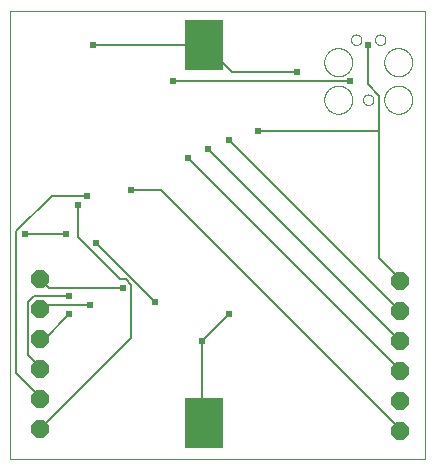
<source format=gbl>
G75*
%MOIN*%
%OFA0B0*%
%FSLAX25Y25*%
%IPPOS*%
%LPD*%
%AMOC8*
5,1,8,0,0,1.08239X$1,22.5*
%
%ADD10C,0.00000*%
%ADD11OC8,0.06000*%
%ADD12R,0.12800X0.17000*%
%ADD13C,0.00600*%
%ADD14C,0.02400*%
D10*
X0004867Y0001000D02*
X0004867Y0150331D01*
X0143095Y0150331D01*
X0143095Y0001000D01*
X0004867Y0001000D01*
X0109483Y0120685D02*
X0109485Y0120822D01*
X0109491Y0120958D01*
X0109501Y0121094D01*
X0109515Y0121230D01*
X0109533Y0121366D01*
X0109555Y0121501D01*
X0109580Y0121635D01*
X0109610Y0121768D01*
X0109644Y0121900D01*
X0109681Y0122032D01*
X0109722Y0122162D01*
X0109768Y0122291D01*
X0109816Y0122419D01*
X0109869Y0122545D01*
X0109925Y0122669D01*
X0109985Y0122792D01*
X0110048Y0122913D01*
X0110115Y0123032D01*
X0110185Y0123149D01*
X0110259Y0123265D01*
X0110336Y0123377D01*
X0110416Y0123488D01*
X0110500Y0123596D01*
X0110587Y0123702D01*
X0110676Y0123805D01*
X0110769Y0123905D01*
X0110864Y0124003D01*
X0110963Y0124098D01*
X0111064Y0124190D01*
X0111168Y0124278D01*
X0111274Y0124364D01*
X0111383Y0124447D01*
X0111494Y0124526D01*
X0111607Y0124603D01*
X0111723Y0124676D01*
X0111840Y0124745D01*
X0111960Y0124811D01*
X0112081Y0124873D01*
X0112205Y0124932D01*
X0112330Y0124988D01*
X0112456Y0125039D01*
X0112584Y0125087D01*
X0112713Y0125131D01*
X0112844Y0125172D01*
X0112976Y0125208D01*
X0113108Y0125241D01*
X0113242Y0125269D01*
X0113376Y0125294D01*
X0113511Y0125315D01*
X0113647Y0125332D01*
X0113783Y0125345D01*
X0113919Y0125354D01*
X0114056Y0125359D01*
X0114192Y0125360D01*
X0114329Y0125357D01*
X0114465Y0125350D01*
X0114601Y0125339D01*
X0114737Y0125324D01*
X0114872Y0125305D01*
X0115007Y0125282D01*
X0115141Y0125255D01*
X0115274Y0125225D01*
X0115406Y0125190D01*
X0115538Y0125152D01*
X0115667Y0125110D01*
X0115796Y0125064D01*
X0115923Y0125014D01*
X0116049Y0124960D01*
X0116173Y0124903D01*
X0116296Y0124843D01*
X0116416Y0124778D01*
X0116535Y0124711D01*
X0116651Y0124640D01*
X0116766Y0124565D01*
X0116878Y0124487D01*
X0116988Y0124406D01*
X0117096Y0124322D01*
X0117201Y0124234D01*
X0117303Y0124144D01*
X0117403Y0124051D01*
X0117500Y0123954D01*
X0117594Y0123855D01*
X0117685Y0123754D01*
X0117773Y0123649D01*
X0117858Y0123542D01*
X0117940Y0123433D01*
X0118019Y0123321D01*
X0118094Y0123207D01*
X0118166Y0123091D01*
X0118235Y0122973D01*
X0118300Y0122853D01*
X0118362Y0122731D01*
X0118420Y0122607D01*
X0118474Y0122482D01*
X0118525Y0122355D01*
X0118571Y0122227D01*
X0118615Y0122097D01*
X0118654Y0121966D01*
X0118690Y0121834D01*
X0118721Y0121701D01*
X0118749Y0121568D01*
X0118773Y0121433D01*
X0118793Y0121298D01*
X0118809Y0121162D01*
X0118821Y0121026D01*
X0118829Y0120890D01*
X0118833Y0120753D01*
X0118833Y0120617D01*
X0118829Y0120480D01*
X0118821Y0120344D01*
X0118809Y0120208D01*
X0118793Y0120072D01*
X0118773Y0119937D01*
X0118749Y0119802D01*
X0118721Y0119669D01*
X0118690Y0119536D01*
X0118654Y0119404D01*
X0118615Y0119273D01*
X0118571Y0119143D01*
X0118525Y0119015D01*
X0118474Y0118888D01*
X0118420Y0118763D01*
X0118362Y0118639D01*
X0118300Y0118517D01*
X0118235Y0118397D01*
X0118166Y0118279D01*
X0118094Y0118163D01*
X0118019Y0118049D01*
X0117940Y0117937D01*
X0117858Y0117828D01*
X0117773Y0117721D01*
X0117685Y0117616D01*
X0117594Y0117515D01*
X0117500Y0117416D01*
X0117403Y0117319D01*
X0117303Y0117226D01*
X0117201Y0117136D01*
X0117096Y0117048D01*
X0116988Y0116964D01*
X0116878Y0116883D01*
X0116766Y0116805D01*
X0116651Y0116730D01*
X0116535Y0116659D01*
X0116416Y0116592D01*
X0116296Y0116527D01*
X0116173Y0116467D01*
X0116049Y0116410D01*
X0115923Y0116356D01*
X0115796Y0116306D01*
X0115667Y0116260D01*
X0115538Y0116218D01*
X0115406Y0116180D01*
X0115274Y0116145D01*
X0115141Y0116115D01*
X0115007Y0116088D01*
X0114872Y0116065D01*
X0114737Y0116046D01*
X0114601Y0116031D01*
X0114465Y0116020D01*
X0114329Y0116013D01*
X0114192Y0116010D01*
X0114056Y0116011D01*
X0113919Y0116016D01*
X0113783Y0116025D01*
X0113647Y0116038D01*
X0113511Y0116055D01*
X0113376Y0116076D01*
X0113242Y0116101D01*
X0113108Y0116129D01*
X0112976Y0116162D01*
X0112844Y0116198D01*
X0112713Y0116239D01*
X0112584Y0116283D01*
X0112456Y0116331D01*
X0112330Y0116382D01*
X0112205Y0116438D01*
X0112081Y0116497D01*
X0111960Y0116559D01*
X0111840Y0116625D01*
X0111723Y0116694D01*
X0111607Y0116767D01*
X0111494Y0116844D01*
X0111383Y0116923D01*
X0111274Y0117006D01*
X0111168Y0117092D01*
X0111064Y0117180D01*
X0110963Y0117272D01*
X0110864Y0117367D01*
X0110769Y0117465D01*
X0110676Y0117565D01*
X0110587Y0117668D01*
X0110500Y0117774D01*
X0110416Y0117882D01*
X0110336Y0117993D01*
X0110259Y0118105D01*
X0110185Y0118221D01*
X0110115Y0118338D01*
X0110048Y0118457D01*
X0109985Y0118578D01*
X0109925Y0118701D01*
X0109869Y0118825D01*
X0109816Y0118951D01*
X0109768Y0119079D01*
X0109722Y0119208D01*
X0109681Y0119338D01*
X0109644Y0119470D01*
X0109610Y0119602D01*
X0109580Y0119735D01*
X0109555Y0119869D01*
X0109533Y0120004D01*
X0109515Y0120140D01*
X0109501Y0120276D01*
X0109491Y0120412D01*
X0109485Y0120548D01*
X0109483Y0120685D01*
X0109483Y0133185D02*
X0109485Y0133322D01*
X0109491Y0133458D01*
X0109501Y0133594D01*
X0109515Y0133730D01*
X0109533Y0133866D01*
X0109555Y0134001D01*
X0109580Y0134135D01*
X0109610Y0134268D01*
X0109644Y0134400D01*
X0109681Y0134532D01*
X0109722Y0134662D01*
X0109768Y0134791D01*
X0109816Y0134919D01*
X0109869Y0135045D01*
X0109925Y0135169D01*
X0109985Y0135292D01*
X0110048Y0135413D01*
X0110115Y0135532D01*
X0110185Y0135649D01*
X0110259Y0135765D01*
X0110336Y0135877D01*
X0110416Y0135988D01*
X0110500Y0136096D01*
X0110587Y0136202D01*
X0110676Y0136305D01*
X0110769Y0136405D01*
X0110864Y0136503D01*
X0110963Y0136598D01*
X0111064Y0136690D01*
X0111168Y0136778D01*
X0111274Y0136864D01*
X0111383Y0136947D01*
X0111494Y0137026D01*
X0111607Y0137103D01*
X0111723Y0137176D01*
X0111840Y0137245D01*
X0111960Y0137311D01*
X0112081Y0137373D01*
X0112205Y0137432D01*
X0112330Y0137488D01*
X0112456Y0137539D01*
X0112584Y0137587D01*
X0112713Y0137631D01*
X0112844Y0137672D01*
X0112976Y0137708D01*
X0113108Y0137741D01*
X0113242Y0137769D01*
X0113376Y0137794D01*
X0113511Y0137815D01*
X0113647Y0137832D01*
X0113783Y0137845D01*
X0113919Y0137854D01*
X0114056Y0137859D01*
X0114192Y0137860D01*
X0114329Y0137857D01*
X0114465Y0137850D01*
X0114601Y0137839D01*
X0114737Y0137824D01*
X0114872Y0137805D01*
X0115007Y0137782D01*
X0115141Y0137755D01*
X0115274Y0137725D01*
X0115406Y0137690D01*
X0115538Y0137652D01*
X0115667Y0137610D01*
X0115796Y0137564D01*
X0115923Y0137514D01*
X0116049Y0137460D01*
X0116173Y0137403D01*
X0116296Y0137343D01*
X0116416Y0137278D01*
X0116535Y0137211D01*
X0116651Y0137140D01*
X0116766Y0137065D01*
X0116878Y0136987D01*
X0116988Y0136906D01*
X0117096Y0136822D01*
X0117201Y0136734D01*
X0117303Y0136644D01*
X0117403Y0136551D01*
X0117500Y0136454D01*
X0117594Y0136355D01*
X0117685Y0136254D01*
X0117773Y0136149D01*
X0117858Y0136042D01*
X0117940Y0135933D01*
X0118019Y0135821D01*
X0118094Y0135707D01*
X0118166Y0135591D01*
X0118235Y0135473D01*
X0118300Y0135353D01*
X0118362Y0135231D01*
X0118420Y0135107D01*
X0118474Y0134982D01*
X0118525Y0134855D01*
X0118571Y0134727D01*
X0118615Y0134597D01*
X0118654Y0134466D01*
X0118690Y0134334D01*
X0118721Y0134201D01*
X0118749Y0134068D01*
X0118773Y0133933D01*
X0118793Y0133798D01*
X0118809Y0133662D01*
X0118821Y0133526D01*
X0118829Y0133390D01*
X0118833Y0133253D01*
X0118833Y0133117D01*
X0118829Y0132980D01*
X0118821Y0132844D01*
X0118809Y0132708D01*
X0118793Y0132572D01*
X0118773Y0132437D01*
X0118749Y0132302D01*
X0118721Y0132169D01*
X0118690Y0132036D01*
X0118654Y0131904D01*
X0118615Y0131773D01*
X0118571Y0131643D01*
X0118525Y0131515D01*
X0118474Y0131388D01*
X0118420Y0131263D01*
X0118362Y0131139D01*
X0118300Y0131017D01*
X0118235Y0130897D01*
X0118166Y0130779D01*
X0118094Y0130663D01*
X0118019Y0130549D01*
X0117940Y0130437D01*
X0117858Y0130328D01*
X0117773Y0130221D01*
X0117685Y0130116D01*
X0117594Y0130015D01*
X0117500Y0129916D01*
X0117403Y0129819D01*
X0117303Y0129726D01*
X0117201Y0129636D01*
X0117096Y0129548D01*
X0116988Y0129464D01*
X0116878Y0129383D01*
X0116766Y0129305D01*
X0116651Y0129230D01*
X0116535Y0129159D01*
X0116416Y0129092D01*
X0116296Y0129027D01*
X0116173Y0128967D01*
X0116049Y0128910D01*
X0115923Y0128856D01*
X0115796Y0128806D01*
X0115667Y0128760D01*
X0115538Y0128718D01*
X0115406Y0128680D01*
X0115274Y0128645D01*
X0115141Y0128615D01*
X0115007Y0128588D01*
X0114872Y0128565D01*
X0114737Y0128546D01*
X0114601Y0128531D01*
X0114465Y0128520D01*
X0114329Y0128513D01*
X0114192Y0128510D01*
X0114056Y0128511D01*
X0113919Y0128516D01*
X0113783Y0128525D01*
X0113647Y0128538D01*
X0113511Y0128555D01*
X0113376Y0128576D01*
X0113242Y0128601D01*
X0113108Y0128629D01*
X0112976Y0128662D01*
X0112844Y0128698D01*
X0112713Y0128739D01*
X0112584Y0128783D01*
X0112456Y0128831D01*
X0112330Y0128882D01*
X0112205Y0128938D01*
X0112081Y0128997D01*
X0111960Y0129059D01*
X0111840Y0129125D01*
X0111723Y0129194D01*
X0111607Y0129267D01*
X0111494Y0129344D01*
X0111383Y0129423D01*
X0111274Y0129506D01*
X0111168Y0129592D01*
X0111064Y0129680D01*
X0110963Y0129772D01*
X0110864Y0129867D01*
X0110769Y0129965D01*
X0110676Y0130065D01*
X0110587Y0130168D01*
X0110500Y0130274D01*
X0110416Y0130382D01*
X0110336Y0130493D01*
X0110259Y0130605D01*
X0110185Y0130721D01*
X0110115Y0130838D01*
X0110048Y0130957D01*
X0109985Y0131078D01*
X0109925Y0131201D01*
X0109869Y0131325D01*
X0109816Y0131451D01*
X0109768Y0131579D01*
X0109722Y0131708D01*
X0109681Y0131838D01*
X0109644Y0131970D01*
X0109610Y0132102D01*
X0109580Y0132235D01*
X0109555Y0132369D01*
X0109533Y0132504D01*
X0109515Y0132640D01*
X0109501Y0132776D01*
X0109491Y0132912D01*
X0109485Y0133048D01*
X0109483Y0133185D01*
X0118408Y0140685D02*
X0118410Y0140768D01*
X0118416Y0140851D01*
X0118426Y0140934D01*
X0118440Y0141016D01*
X0118457Y0141098D01*
X0118479Y0141178D01*
X0118504Y0141257D01*
X0118533Y0141335D01*
X0118566Y0141412D01*
X0118603Y0141487D01*
X0118642Y0141560D01*
X0118686Y0141631D01*
X0118732Y0141700D01*
X0118782Y0141767D01*
X0118835Y0141831D01*
X0118891Y0141893D01*
X0118950Y0141952D01*
X0119012Y0142008D01*
X0119076Y0142061D01*
X0119143Y0142111D01*
X0119212Y0142157D01*
X0119283Y0142201D01*
X0119356Y0142240D01*
X0119431Y0142277D01*
X0119508Y0142310D01*
X0119586Y0142339D01*
X0119665Y0142364D01*
X0119745Y0142386D01*
X0119827Y0142403D01*
X0119909Y0142417D01*
X0119992Y0142427D01*
X0120075Y0142433D01*
X0120158Y0142435D01*
X0120241Y0142433D01*
X0120324Y0142427D01*
X0120407Y0142417D01*
X0120489Y0142403D01*
X0120571Y0142386D01*
X0120651Y0142364D01*
X0120730Y0142339D01*
X0120808Y0142310D01*
X0120885Y0142277D01*
X0120960Y0142240D01*
X0121033Y0142201D01*
X0121104Y0142157D01*
X0121173Y0142111D01*
X0121240Y0142061D01*
X0121304Y0142008D01*
X0121366Y0141952D01*
X0121425Y0141893D01*
X0121481Y0141831D01*
X0121534Y0141767D01*
X0121584Y0141700D01*
X0121630Y0141631D01*
X0121674Y0141560D01*
X0121713Y0141487D01*
X0121750Y0141412D01*
X0121783Y0141335D01*
X0121812Y0141257D01*
X0121837Y0141178D01*
X0121859Y0141098D01*
X0121876Y0141016D01*
X0121890Y0140934D01*
X0121900Y0140851D01*
X0121906Y0140768D01*
X0121908Y0140685D01*
X0121906Y0140602D01*
X0121900Y0140519D01*
X0121890Y0140436D01*
X0121876Y0140354D01*
X0121859Y0140272D01*
X0121837Y0140192D01*
X0121812Y0140113D01*
X0121783Y0140035D01*
X0121750Y0139958D01*
X0121713Y0139883D01*
X0121674Y0139810D01*
X0121630Y0139739D01*
X0121584Y0139670D01*
X0121534Y0139603D01*
X0121481Y0139539D01*
X0121425Y0139477D01*
X0121366Y0139418D01*
X0121304Y0139362D01*
X0121240Y0139309D01*
X0121173Y0139259D01*
X0121104Y0139213D01*
X0121033Y0139169D01*
X0120960Y0139130D01*
X0120885Y0139093D01*
X0120808Y0139060D01*
X0120730Y0139031D01*
X0120651Y0139006D01*
X0120571Y0138984D01*
X0120489Y0138967D01*
X0120407Y0138953D01*
X0120324Y0138943D01*
X0120241Y0138937D01*
X0120158Y0138935D01*
X0120075Y0138937D01*
X0119992Y0138943D01*
X0119909Y0138953D01*
X0119827Y0138967D01*
X0119745Y0138984D01*
X0119665Y0139006D01*
X0119586Y0139031D01*
X0119508Y0139060D01*
X0119431Y0139093D01*
X0119356Y0139130D01*
X0119283Y0139169D01*
X0119212Y0139213D01*
X0119143Y0139259D01*
X0119076Y0139309D01*
X0119012Y0139362D01*
X0118950Y0139418D01*
X0118891Y0139477D01*
X0118835Y0139539D01*
X0118782Y0139603D01*
X0118732Y0139670D01*
X0118686Y0139739D01*
X0118642Y0139810D01*
X0118603Y0139883D01*
X0118566Y0139958D01*
X0118533Y0140035D01*
X0118504Y0140113D01*
X0118479Y0140192D01*
X0118457Y0140272D01*
X0118440Y0140354D01*
X0118426Y0140436D01*
X0118416Y0140519D01*
X0118410Y0140602D01*
X0118408Y0140685D01*
X0126408Y0140685D02*
X0126410Y0140768D01*
X0126416Y0140851D01*
X0126426Y0140934D01*
X0126440Y0141016D01*
X0126457Y0141098D01*
X0126479Y0141178D01*
X0126504Y0141257D01*
X0126533Y0141335D01*
X0126566Y0141412D01*
X0126603Y0141487D01*
X0126642Y0141560D01*
X0126686Y0141631D01*
X0126732Y0141700D01*
X0126782Y0141767D01*
X0126835Y0141831D01*
X0126891Y0141893D01*
X0126950Y0141952D01*
X0127012Y0142008D01*
X0127076Y0142061D01*
X0127143Y0142111D01*
X0127212Y0142157D01*
X0127283Y0142201D01*
X0127356Y0142240D01*
X0127431Y0142277D01*
X0127508Y0142310D01*
X0127586Y0142339D01*
X0127665Y0142364D01*
X0127745Y0142386D01*
X0127827Y0142403D01*
X0127909Y0142417D01*
X0127992Y0142427D01*
X0128075Y0142433D01*
X0128158Y0142435D01*
X0128241Y0142433D01*
X0128324Y0142427D01*
X0128407Y0142417D01*
X0128489Y0142403D01*
X0128571Y0142386D01*
X0128651Y0142364D01*
X0128730Y0142339D01*
X0128808Y0142310D01*
X0128885Y0142277D01*
X0128960Y0142240D01*
X0129033Y0142201D01*
X0129104Y0142157D01*
X0129173Y0142111D01*
X0129240Y0142061D01*
X0129304Y0142008D01*
X0129366Y0141952D01*
X0129425Y0141893D01*
X0129481Y0141831D01*
X0129534Y0141767D01*
X0129584Y0141700D01*
X0129630Y0141631D01*
X0129674Y0141560D01*
X0129713Y0141487D01*
X0129750Y0141412D01*
X0129783Y0141335D01*
X0129812Y0141257D01*
X0129837Y0141178D01*
X0129859Y0141098D01*
X0129876Y0141016D01*
X0129890Y0140934D01*
X0129900Y0140851D01*
X0129906Y0140768D01*
X0129908Y0140685D01*
X0129906Y0140602D01*
X0129900Y0140519D01*
X0129890Y0140436D01*
X0129876Y0140354D01*
X0129859Y0140272D01*
X0129837Y0140192D01*
X0129812Y0140113D01*
X0129783Y0140035D01*
X0129750Y0139958D01*
X0129713Y0139883D01*
X0129674Y0139810D01*
X0129630Y0139739D01*
X0129584Y0139670D01*
X0129534Y0139603D01*
X0129481Y0139539D01*
X0129425Y0139477D01*
X0129366Y0139418D01*
X0129304Y0139362D01*
X0129240Y0139309D01*
X0129173Y0139259D01*
X0129104Y0139213D01*
X0129033Y0139169D01*
X0128960Y0139130D01*
X0128885Y0139093D01*
X0128808Y0139060D01*
X0128730Y0139031D01*
X0128651Y0139006D01*
X0128571Y0138984D01*
X0128489Y0138967D01*
X0128407Y0138953D01*
X0128324Y0138943D01*
X0128241Y0138937D01*
X0128158Y0138935D01*
X0128075Y0138937D01*
X0127992Y0138943D01*
X0127909Y0138953D01*
X0127827Y0138967D01*
X0127745Y0138984D01*
X0127665Y0139006D01*
X0127586Y0139031D01*
X0127508Y0139060D01*
X0127431Y0139093D01*
X0127356Y0139130D01*
X0127283Y0139169D01*
X0127212Y0139213D01*
X0127143Y0139259D01*
X0127076Y0139309D01*
X0127012Y0139362D01*
X0126950Y0139418D01*
X0126891Y0139477D01*
X0126835Y0139539D01*
X0126782Y0139603D01*
X0126732Y0139670D01*
X0126686Y0139739D01*
X0126642Y0139810D01*
X0126603Y0139883D01*
X0126566Y0139958D01*
X0126533Y0140035D01*
X0126504Y0140113D01*
X0126479Y0140192D01*
X0126457Y0140272D01*
X0126440Y0140354D01*
X0126426Y0140436D01*
X0126416Y0140519D01*
X0126410Y0140602D01*
X0126408Y0140685D01*
X0129483Y0133185D02*
X0129485Y0133322D01*
X0129491Y0133458D01*
X0129501Y0133594D01*
X0129515Y0133730D01*
X0129533Y0133866D01*
X0129555Y0134001D01*
X0129580Y0134135D01*
X0129610Y0134268D01*
X0129644Y0134400D01*
X0129681Y0134532D01*
X0129722Y0134662D01*
X0129768Y0134791D01*
X0129816Y0134919D01*
X0129869Y0135045D01*
X0129925Y0135169D01*
X0129985Y0135292D01*
X0130048Y0135413D01*
X0130115Y0135532D01*
X0130185Y0135649D01*
X0130259Y0135765D01*
X0130336Y0135877D01*
X0130416Y0135988D01*
X0130500Y0136096D01*
X0130587Y0136202D01*
X0130676Y0136305D01*
X0130769Y0136405D01*
X0130864Y0136503D01*
X0130963Y0136598D01*
X0131064Y0136690D01*
X0131168Y0136778D01*
X0131274Y0136864D01*
X0131383Y0136947D01*
X0131494Y0137026D01*
X0131607Y0137103D01*
X0131723Y0137176D01*
X0131840Y0137245D01*
X0131960Y0137311D01*
X0132081Y0137373D01*
X0132205Y0137432D01*
X0132330Y0137488D01*
X0132456Y0137539D01*
X0132584Y0137587D01*
X0132713Y0137631D01*
X0132844Y0137672D01*
X0132976Y0137708D01*
X0133108Y0137741D01*
X0133242Y0137769D01*
X0133376Y0137794D01*
X0133511Y0137815D01*
X0133647Y0137832D01*
X0133783Y0137845D01*
X0133919Y0137854D01*
X0134056Y0137859D01*
X0134192Y0137860D01*
X0134329Y0137857D01*
X0134465Y0137850D01*
X0134601Y0137839D01*
X0134737Y0137824D01*
X0134872Y0137805D01*
X0135007Y0137782D01*
X0135141Y0137755D01*
X0135274Y0137725D01*
X0135406Y0137690D01*
X0135538Y0137652D01*
X0135667Y0137610D01*
X0135796Y0137564D01*
X0135923Y0137514D01*
X0136049Y0137460D01*
X0136173Y0137403D01*
X0136296Y0137343D01*
X0136416Y0137278D01*
X0136535Y0137211D01*
X0136651Y0137140D01*
X0136766Y0137065D01*
X0136878Y0136987D01*
X0136988Y0136906D01*
X0137096Y0136822D01*
X0137201Y0136734D01*
X0137303Y0136644D01*
X0137403Y0136551D01*
X0137500Y0136454D01*
X0137594Y0136355D01*
X0137685Y0136254D01*
X0137773Y0136149D01*
X0137858Y0136042D01*
X0137940Y0135933D01*
X0138019Y0135821D01*
X0138094Y0135707D01*
X0138166Y0135591D01*
X0138235Y0135473D01*
X0138300Y0135353D01*
X0138362Y0135231D01*
X0138420Y0135107D01*
X0138474Y0134982D01*
X0138525Y0134855D01*
X0138571Y0134727D01*
X0138615Y0134597D01*
X0138654Y0134466D01*
X0138690Y0134334D01*
X0138721Y0134201D01*
X0138749Y0134068D01*
X0138773Y0133933D01*
X0138793Y0133798D01*
X0138809Y0133662D01*
X0138821Y0133526D01*
X0138829Y0133390D01*
X0138833Y0133253D01*
X0138833Y0133117D01*
X0138829Y0132980D01*
X0138821Y0132844D01*
X0138809Y0132708D01*
X0138793Y0132572D01*
X0138773Y0132437D01*
X0138749Y0132302D01*
X0138721Y0132169D01*
X0138690Y0132036D01*
X0138654Y0131904D01*
X0138615Y0131773D01*
X0138571Y0131643D01*
X0138525Y0131515D01*
X0138474Y0131388D01*
X0138420Y0131263D01*
X0138362Y0131139D01*
X0138300Y0131017D01*
X0138235Y0130897D01*
X0138166Y0130779D01*
X0138094Y0130663D01*
X0138019Y0130549D01*
X0137940Y0130437D01*
X0137858Y0130328D01*
X0137773Y0130221D01*
X0137685Y0130116D01*
X0137594Y0130015D01*
X0137500Y0129916D01*
X0137403Y0129819D01*
X0137303Y0129726D01*
X0137201Y0129636D01*
X0137096Y0129548D01*
X0136988Y0129464D01*
X0136878Y0129383D01*
X0136766Y0129305D01*
X0136651Y0129230D01*
X0136535Y0129159D01*
X0136416Y0129092D01*
X0136296Y0129027D01*
X0136173Y0128967D01*
X0136049Y0128910D01*
X0135923Y0128856D01*
X0135796Y0128806D01*
X0135667Y0128760D01*
X0135538Y0128718D01*
X0135406Y0128680D01*
X0135274Y0128645D01*
X0135141Y0128615D01*
X0135007Y0128588D01*
X0134872Y0128565D01*
X0134737Y0128546D01*
X0134601Y0128531D01*
X0134465Y0128520D01*
X0134329Y0128513D01*
X0134192Y0128510D01*
X0134056Y0128511D01*
X0133919Y0128516D01*
X0133783Y0128525D01*
X0133647Y0128538D01*
X0133511Y0128555D01*
X0133376Y0128576D01*
X0133242Y0128601D01*
X0133108Y0128629D01*
X0132976Y0128662D01*
X0132844Y0128698D01*
X0132713Y0128739D01*
X0132584Y0128783D01*
X0132456Y0128831D01*
X0132330Y0128882D01*
X0132205Y0128938D01*
X0132081Y0128997D01*
X0131960Y0129059D01*
X0131840Y0129125D01*
X0131723Y0129194D01*
X0131607Y0129267D01*
X0131494Y0129344D01*
X0131383Y0129423D01*
X0131274Y0129506D01*
X0131168Y0129592D01*
X0131064Y0129680D01*
X0130963Y0129772D01*
X0130864Y0129867D01*
X0130769Y0129965D01*
X0130676Y0130065D01*
X0130587Y0130168D01*
X0130500Y0130274D01*
X0130416Y0130382D01*
X0130336Y0130493D01*
X0130259Y0130605D01*
X0130185Y0130721D01*
X0130115Y0130838D01*
X0130048Y0130957D01*
X0129985Y0131078D01*
X0129925Y0131201D01*
X0129869Y0131325D01*
X0129816Y0131451D01*
X0129768Y0131579D01*
X0129722Y0131708D01*
X0129681Y0131838D01*
X0129644Y0131970D01*
X0129610Y0132102D01*
X0129580Y0132235D01*
X0129555Y0132369D01*
X0129533Y0132504D01*
X0129515Y0132640D01*
X0129501Y0132776D01*
X0129491Y0132912D01*
X0129485Y0133048D01*
X0129483Y0133185D01*
X0129483Y0120685D02*
X0129485Y0120822D01*
X0129491Y0120958D01*
X0129501Y0121094D01*
X0129515Y0121230D01*
X0129533Y0121366D01*
X0129555Y0121501D01*
X0129580Y0121635D01*
X0129610Y0121768D01*
X0129644Y0121900D01*
X0129681Y0122032D01*
X0129722Y0122162D01*
X0129768Y0122291D01*
X0129816Y0122419D01*
X0129869Y0122545D01*
X0129925Y0122669D01*
X0129985Y0122792D01*
X0130048Y0122913D01*
X0130115Y0123032D01*
X0130185Y0123149D01*
X0130259Y0123265D01*
X0130336Y0123377D01*
X0130416Y0123488D01*
X0130500Y0123596D01*
X0130587Y0123702D01*
X0130676Y0123805D01*
X0130769Y0123905D01*
X0130864Y0124003D01*
X0130963Y0124098D01*
X0131064Y0124190D01*
X0131168Y0124278D01*
X0131274Y0124364D01*
X0131383Y0124447D01*
X0131494Y0124526D01*
X0131607Y0124603D01*
X0131723Y0124676D01*
X0131840Y0124745D01*
X0131960Y0124811D01*
X0132081Y0124873D01*
X0132205Y0124932D01*
X0132330Y0124988D01*
X0132456Y0125039D01*
X0132584Y0125087D01*
X0132713Y0125131D01*
X0132844Y0125172D01*
X0132976Y0125208D01*
X0133108Y0125241D01*
X0133242Y0125269D01*
X0133376Y0125294D01*
X0133511Y0125315D01*
X0133647Y0125332D01*
X0133783Y0125345D01*
X0133919Y0125354D01*
X0134056Y0125359D01*
X0134192Y0125360D01*
X0134329Y0125357D01*
X0134465Y0125350D01*
X0134601Y0125339D01*
X0134737Y0125324D01*
X0134872Y0125305D01*
X0135007Y0125282D01*
X0135141Y0125255D01*
X0135274Y0125225D01*
X0135406Y0125190D01*
X0135538Y0125152D01*
X0135667Y0125110D01*
X0135796Y0125064D01*
X0135923Y0125014D01*
X0136049Y0124960D01*
X0136173Y0124903D01*
X0136296Y0124843D01*
X0136416Y0124778D01*
X0136535Y0124711D01*
X0136651Y0124640D01*
X0136766Y0124565D01*
X0136878Y0124487D01*
X0136988Y0124406D01*
X0137096Y0124322D01*
X0137201Y0124234D01*
X0137303Y0124144D01*
X0137403Y0124051D01*
X0137500Y0123954D01*
X0137594Y0123855D01*
X0137685Y0123754D01*
X0137773Y0123649D01*
X0137858Y0123542D01*
X0137940Y0123433D01*
X0138019Y0123321D01*
X0138094Y0123207D01*
X0138166Y0123091D01*
X0138235Y0122973D01*
X0138300Y0122853D01*
X0138362Y0122731D01*
X0138420Y0122607D01*
X0138474Y0122482D01*
X0138525Y0122355D01*
X0138571Y0122227D01*
X0138615Y0122097D01*
X0138654Y0121966D01*
X0138690Y0121834D01*
X0138721Y0121701D01*
X0138749Y0121568D01*
X0138773Y0121433D01*
X0138793Y0121298D01*
X0138809Y0121162D01*
X0138821Y0121026D01*
X0138829Y0120890D01*
X0138833Y0120753D01*
X0138833Y0120617D01*
X0138829Y0120480D01*
X0138821Y0120344D01*
X0138809Y0120208D01*
X0138793Y0120072D01*
X0138773Y0119937D01*
X0138749Y0119802D01*
X0138721Y0119669D01*
X0138690Y0119536D01*
X0138654Y0119404D01*
X0138615Y0119273D01*
X0138571Y0119143D01*
X0138525Y0119015D01*
X0138474Y0118888D01*
X0138420Y0118763D01*
X0138362Y0118639D01*
X0138300Y0118517D01*
X0138235Y0118397D01*
X0138166Y0118279D01*
X0138094Y0118163D01*
X0138019Y0118049D01*
X0137940Y0117937D01*
X0137858Y0117828D01*
X0137773Y0117721D01*
X0137685Y0117616D01*
X0137594Y0117515D01*
X0137500Y0117416D01*
X0137403Y0117319D01*
X0137303Y0117226D01*
X0137201Y0117136D01*
X0137096Y0117048D01*
X0136988Y0116964D01*
X0136878Y0116883D01*
X0136766Y0116805D01*
X0136651Y0116730D01*
X0136535Y0116659D01*
X0136416Y0116592D01*
X0136296Y0116527D01*
X0136173Y0116467D01*
X0136049Y0116410D01*
X0135923Y0116356D01*
X0135796Y0116306D01*
X0135667Y0116260D01*
X0135538Y0116218D01*
X0135406Y0116180D01*
X0135274Y0116145D01*
X0135141Y0116115D01*
X0135007Y0116088D01*
X0134872Y0116065D01*
X0134737Y0116046D01*
X0134601Y0116031D01*
X0134465Y0116020D01*
X0134329Y0116013D01*
X0134192Y0116010D01*
X0134056Y0116011D01*
X0133919Y0116016D01*
X0133783Y0116025D01*
X0133647Y0116038D01*
X0133511Y0116055D01*
X0133376Y0116076D01*
X0133242Y0116101D01*
X0133108Y0116129D01*
X0132976Y0116162D01*
X0132844Y0116198D01*
X0132713Y0116239D01*
X0132584Y0116283D01*
X0132456Y0116331D01*
X0132330Y0116382D01*
X0132205Y0116438D01*
X0132081Y0116497D01*
X0131960Y0116559D01*
X0131840Y0116625D01*
X0131723Y0116694D01*
X0131607Y0116767D01*
X0131494Y0116844D01*
X0131383Y0116923D01*
X0131274Y0117006D01*
X0131168Y0117092D01*
X0131064Y0117180D01*
X0130963Y0117272D01*
X0130864Y0117367D01*
X0130769Y0117465D01*
X0130676Y0117565D01*
X0130587Y0117668D01*
X0130500Y0117774D01*
X0130416Y0117882D01*
X0130336Y0117993D01*
X0130259Y0118105D01*
X0130185Y0118221D01*
X0130115Y0118338D01*
X0130048Y0118457D01*
X0129985Y0118578D01*
X0129925Y0118701D01*
X0129869Y0118825D01*
X0129816Y0118951D01*
X0129768Y0119079D01*
X0129722Y0119208D01*
X0129681Y0119338D01*
X0129644Y0119470D01*
X0129610Y0119602D01*
X0129580Y0119735D01*
X0129555Y0119869D01*
X0129533Y0120004D01*
X0129515Y0120140D01*
X0129501Y0120276D01*
X0129491Y0120412D01*
X0129485Y0120548D01*
X0129483Y0120685D01*
X0122408Y0120685D02*
X0122410Y0120768D01*
X0122416Y0120851D01*
X0122426Y0120934D01*
X0122440Y0121016D01*
X0122457Y0121098D01*
X0122479Y0121178D01*
X0122504Y0121257D01*
X0122533Y0121335D01*
X0122566Y0121412D01*
X0122603Y0121487D01*
X0122642Y0121560D01*
X0122686Y0121631D01*
X0122732Y0121700D01*
X0122782Y0121767D01*
X0122835Y0121831D01*
X0122891Y0121893D01*
X0122950Y0121952D01*
X0123012Y0122008D01*
X0123076Y0122061D01*
X0123143Y0122111D01*
X0123212Y0122157D01*
X0123283Y0122201D01*
X0123356Y0122240D01*
X0123431Y0122277D01*
X0123508Y0122310D01*
X0123586Y0122339D01*
X0123665Y0122364D01*
X0123745Y0122386D01*
X0123827Y0122403D01*
X0123909Y0122417D01*
X0123992Y0122427D01*
X0124075Y0122433D01*
X0124158Y0122435D01*
X0124241Y0122433D01*
X0124324Y0122427D01*
X0124407Y0122417D01*
X0124489Y0122403D01*
X0124571Y0122386D01*
X0124651Y0122364D01*
X0124730Y0122339D01*
X0124808Y0122310D01*
X0124885Y0122277D01*
X0124960Y0122240D01*
X0125033Y0122201D01*
X0125104Y0122157D01*
X0125173Y0122111D01*
X0125240Y0122061D01*
X0125304Y0122008D01*
X0125366Y0121952D01*
X0125425Y0121893D01*
X0125481Y0121831D01*
X0125534Y0121767D01*
X0125584Y0121700D01*
X0125630Y0121631D01*
X0125674Y0121560D01*
X0125713Y0121487D01*
X0125750Y0121412D01*
X0125783Y0121335D01*
X0125812Y0121257D01*
X0125837Y0121178D01*
X0125859Y0121098D01*
X0125876Y0121016D01*
X0125890Y0120934D01*
X0125900Y0120851D01*
X0125906Y0120768D01*
X0125908Y0120685D01*
X0125906Y0120602D01*
X0125900Y0120519D01*
X0125890Y0120436D01*
X0125876Y0120354D01*
X0125859Y0120272D01*
X0125837Y0120192D01*
X0125812Y0120113D01*
X0125783Y0120035D01*
X0125750Y0119958D01*
X0125713Y0119883D01*
X0125674Y0119810D01*
X0125630Y0119739D01*
X0125584Y0119670D01*
X0125534Y0119603D01*
X0125481Y0119539D01*
X0125425Y0119477D01*
X0125366Y0119418D01*
X0125304Y0119362D01*
X0125240Y0119309D01*
X0125173Y0119259D01*
X0125104Y0119213D01*
X0125033Y0119169D01*
X0124960Y0119130D01*
X0124885Y0119093D01*
X0124808Y0119060D01*
X0124730Y0119031D01*
X0124651Y0119006D01*
X0124571Y0118984D01*
X0124489Y0118967D01*
X0124407Y0118953D01*
X0124324Y0118943D01*
X0124241Y0118937D01*
X0124158Y0118935D01*
X0124075Y0118937D01*
X0123992Y0118943D01*
X0123909Y0118953D01*
X0123827Y0118967D01*
X0123745Y0118984D01*
X0123665Y0119006D01*
X0123586Y0119031D01*
X0123508Y0119060D01*
X0123431Y0119093D01*
X0123356Y0119130D01*
X0123283Y0119169D01*
X0123212Y0119213D01*
X0123143Y0119259D01*
X0123076Y0119309D01*
X0123012Y0119362D01*
X0122950Y0119418D01*
X0122891Y0119477D01*
X0122835Y0119539D01*
X0122782Y0119603D01*
X0122732Y0119670D01*
X0122686Y0119739D01*
X0122642Y0119810D01*
X0122603Y0119883D01*
X0122566Y0119958D01*
X0122533Y0120035D01*
X0122504Y0120113D01*
X0122479Y0120192D01*
X0122457Y0120272D01*
X0122440Y0120354D01*
X0122426Y0120436D01*
X0122416Y0120519D01*
X0122410Y0120602D01*
X0122408Y0120685D01*
D11*
X0134788Y0060213D03*
X0134788Y0050213D03*
X0134788Y0040213D03*
X0134788Y0030213D03*
X0134788Y0020213D03*
X0134788Y0010213D03*
X0014867Y0011000D03*
X0014867Y0021000D03*
X0014867Y0031000D03*
X0014867Y0041000D03*
X0014867Y0051000D03*
X0014867Y0061000D03*
D12*
X0069434Y0012811D03*
X0069434Y0138795D03*
D13*
X0069827Y0138795D01*
X0078686Y0129937D01*
X0100339Y0129937D01*
X0087544Y0110252D02*
X0127898Y0110252D01*
X0127898Y0122063D01*
X0123961Y0126000D01*
X0123961Y0138795D01*
X0118056Y0126984D02*
X0059001Y0126984D01*
X0069434Y0138795D02*
X0032426Y0138795D01*
X0063922Y0101394D02*
X0134788Y0030528D01*
X0134788Y0030213D01*
X0134788Y0040213D02*
X0134788Y0040370D01*
X0070812Y0104346D01*
X0077701Y0107299D02*
X0134788Y0050213D01*
X0134788Y0060213D02*
X0134788Y0061039D01*
X0127898Y0067929D01*
X0127898Y0110252D01*
X0077701Y0049228D02*
X0068843Y0040370D01*
X0068843Y0012811D01*
X0069434Y0012811D01*
X0045221Y0041354D02*
X0014867Y0011000D01*
X0014867Y0021000D02*
X0014709Y0021669D01*
X0006835Y0029543D01*
X0006835Y0076787D01*
X0018646Y0088598D01*
X0030457Y0088598D01*
X0027504Y0085646D02*
X0027504Y0074819D01*
X0041284Y0061039D01*
X0043252Y0061039D01*
X0045221Y0059071D01*
X0045221Y0041354D01*
X0053095Y0053165D02*
X0033410Y0072850D01*
X0023567Y0075803D02*
X0009788Y0075803D01*
X0014867Y0061000D02*
X0015693Y0060055D01*
X0017662Y0058087D01*
X0042268Y0058087D01*
X0031441Y0052181D02*
X0016678Y0052181D01*
X0015693Y0051197D01*
X0014867Y0051000D01*
X0010772Y0053165D02*
X0012741Y0055134D01*
X0024552Y0055134D01*
X0024552Y0049228D02*
X0015693Y0040370D01*
X0014867Y0041000D01*
X0010772Y0035449D02*
X0014709Y0031512D01*
X0014867Y0031000D01*
X0010772Y0035449D02*
X0010772Y0053165D01*
X0045221Y0090567D02*
X0055064Y0090567D01*
X0134788Y0010843D01*
X0134788Y0010213D01*
D14*
X0077701Y0049228D03*
X0068843Y0040370D03*
X0053095Y0053165D03*
X0042268Y0058087D03*
X0031441Y0052181D03*
X0024552Y0049228D03*
X0024552Y0055134D03*
X0033410Y0072850D03*
X0023567Y0075803D03*
X0027504Y0085646D03*
X0030457Y0088598D03*
X0045221Y0090567D03*
X0063922Y0101394D03*
X0070812Y0104346D03*
X0077701Y0107299D03*
X0087544Y0110252D03*
X0100339Y0129937D03*
X0118056Y0126984D03*
X0123961Y0138795D03*
X0059001Y0126984D03*
X0032426Y0138795D03*
X0009788Y0075803D03*
M02*

</source>
